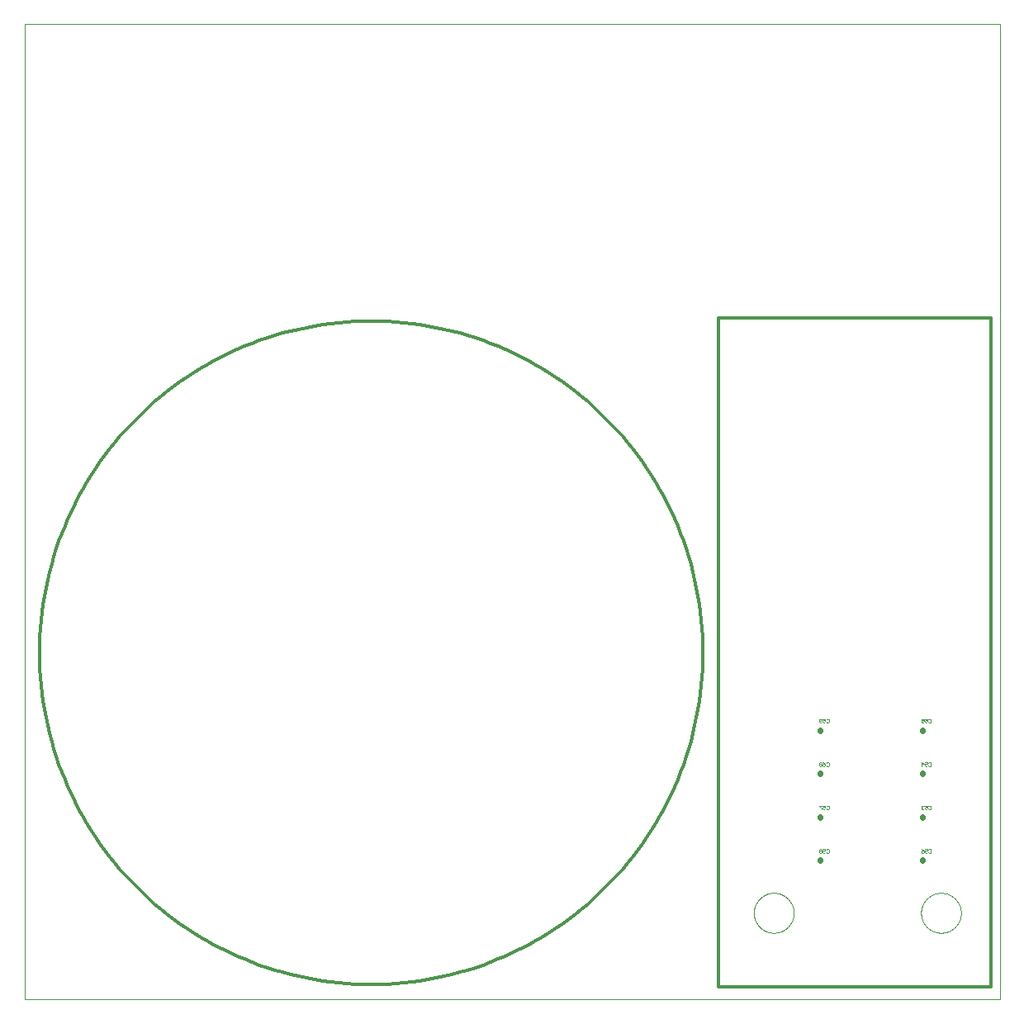
<source format=gbo>
G75*
%MOIN*%
%OFA0B0*%
%FSLAX25Y25*%
%IPPOS*%
%LPD*%
%AMOC8*
5,1,8,0,0,1.08239X$1,22.5*
%
%ADD10C,0.00000*%
%ADD11C,0.01200*%
%ADD12C,0.02200*%
%ADD13C,0.00100*%
D10*
X0001000Y0001000D02*
X0001000Y0394701D01*
X0394701Y0394701D01*
X0394701Y0001000D01*
X0001000Y0001000D01*
X0295429Y0036000D02*
X0295431Y0036198D01*
X0295439Y0036396D01*
X0295451Y0036594D01*
X0295468Y0036791D01*
X0295490Y0036988D01*
X0295516Y0037184D01*
X0295548Y0037380D01*
X0295584Y0037575D01*
X0295625Y0037768D01*
X0295671Y0037961D01*
X0295721Y0038153D01*
X0295777Y0038343D01*
X0295836Y0038532D01*
X0295901Y0038719D01*
X0295970Y0038905D01*
X0296043Y0039089D01*
X0296121Y0039271D01*
X0296204Y0039451D01*
X0296291Y0039629D01*
X0296382Y0039805D01*
X0296478Y0039978D01*
X0296577Y0040149D01*
X0296681Y0040318D01*
X0296789Y0040484D01*
X0296901Y0040647D01*
X0297017Y0040808D01*
X0297137Y0040966D01*
X0297261Y0041120D01*
X0297389Y0041272D01*
X0297520Y0041420D01*
X0297655Y0041565D01*
X0297793Y0041707D01*
X0297935Y0041845D01*
X0298080Y0041980D01*
X0298228Y0042111D01*
X0298380Y0042239D01*
X0298534Y0042363D01*
X0298692Y0042483D01*
X0298853Y0042599D01*
X0299016Y0042711D01*
X0299182Y0042819D01*
X0299351Y0042923D01*
X0299522Y0043022D01*
X0299695Y0043118D01*
X0299871Y0043209D01*
X0300049Y0043296D01*
X0300229Y0043379D01*
X0300411Y0043457D01*
X0300595Y0043530D01*
X0300781Y0043599D01*
X0300968Y0043664D01*
X0301157Y0043723D01*
X0301347Y0043779D01*
X0301539Y0043829D01*
X0301732Y0043875D01*
X0301925Y0043916D01*
X0302120Y0043952D01*
X0302316Y0043984D01*
X0302512Y0044010D01*
X0302709Y0044032D01*
X0302906Y0044049D01*
X0303104Y0044061D01*
X0303302Y0044069D01*
X0303500Y0044071D01*
X0303698Y0044069D01*
X0303896Y0044061D01*
X0304094Y0044049D01*
X0304291Y0044032D01*
X0304488Y0044010D01*
X0304684Y0043984D01*
X0304880Y0043952D01*
X0305075Y0043916D01*
X0305268Y0043875D01*
X0305461Y0043829D01*
X0305653Y0043779D01*
X0305843Y0043723D01*
X0306032Y0043664D01*
X0306219Y0043599D01*
X0306405Y0043530D01*
X0306589Y0043457D01*
X0306771Y0043379D01*
X0306951Y0043296D01*
X0307129Y0043209D01*
X0307305Y0043118D01*
X0307478Y0043022D01*
X0307649Y0042923D01*
X0307818Y0042819D01*
X0307984Y0042711D01*
X0308147Y0042599D01*
X0308308Y0042483D01*
X0308466Y0042363D01*
X0308620Y0042239D01*
X0308772Y0042111D01*
X0308920Y0041980D01*
X0309065Y0041845D01*
X0309207Y0041707D01*
X0309345Y0041565D01*
X0309480Y0041420D01*
X0309611Y0041272D01*
X0309739Y0041120D01*
X0309863Y0040966D01*
X0309983Y0040808D01*
X0310099Y0040647D01*
X0310211Y0040484D01*
X0310319Y0040318D01*
X0310423Y0040149D01*
X0310522Y0039978D01*
X0310618Y0039805D01*
X0310709Y0039629D01*
X0310796Y0039451D01*
X0310879Y0039271D01*
X0310957Y0039089D01*
X0311030Y0038905D01*
X0311099Y0038719D01*
X0311164Y0038532D01*
X0311223Y0038343D01*
X0311279Y0038153D01*
X0311329Y0037961D01*
X0311375Y0037768D01*
X0311416Y0037575D01*
X0311452Y0037380D01*
X0311484Y0037184D01*
X0311510Y0036988D01*
X0311532Y0036791D01*
X0311549Y0036594D01*
X0311561Y0036396D01*
X0311569Y0036198D01*
X0311571Y0036000D01*
X0311569Y0035802D01*
X0311561Y0035604D01*
X0311549Y0035406D01*
X0311532Y0035209D01*
X0311510Y0035012D01*
X0311484Y0034816D01*
X0311452Y0034620D01*
X0311416Y0034425D01*
X0311375Y0034232D01*
X0311329Y0034039D01*
X0311279Y0033847D01*
X0311223Y0033657D01*
X0311164Y0033468D01*
X0311099Y0033281D01*
X0311030Y0033095D01*
X0310957Y0032911D01*
X0310879Y0032729D01*
X0310796Y0032549D01*
X0310709Y0032371D01*
X0310618Y0032195D01*
X0310522Y0032022D01*
X0310423Y0031851D01*
X0310319Y0031682D01*
X0310211Y0031516D01*
X0310099Y0031353D01*
X0309983Y0031192D01*
X0309863Y0031034D01*
X0309739Y0030880D01*
X0309611Y0030728D01*
X0309480Y0030580D01*
X0309345Y0030435D01*
X0309207Y0030293D01*
X0309065Y0030155D01*
X0308920Y0030020D01*
X0308772Y0029889D01*
X0308620Y0029761D01*
X0308466Y0029637D01*
X0308308Y0029517D01*
X0308147Y0029401D01*
X0307984Y0029289D01*
X0307818Y0029181D01*
X0307649Y0029077D01*
X0307478Y0028978D01*
X0307305Y0028882D01*
X0307129Y0028791D01*
X0306951Y0028704D01*
X0306771Y0028621D01*
X0306589Y0028543D01*
X0306405Y0028470D01*
X0306219Y0028401D01*
X0306032Y0028336D01*
X0305843Y0028277D01*
X0305653Y0028221D01*
X0305461Y0028171D01*
X0305268Y0028125D01*
X0305075Y0028084D01*
X0304880Y0028048D01*
X0304684Y0028016D01*
X0304488Y0027990D01*
X0304291Y0027968D01*
X0304094Y0027951D01*
X0303896Y0027939D01*
X0303698Y0027931D01*
X0303500Y0027929D01*
X0303302Y0027931D01*
X0303104Y0027939D01*
X0302906Y0027951D01*
X0302709Y0027968D01*
X0302512Y0027990D01*
X0302316Y0028016D01*
X0302120Y0028048D01*
X0301925Y0028084D01*
X0301732Y0028125D01*
X0301539Y0028171D01*
X0301347Y0028221D01*
X0301157Y0028277D01*
X0300968Y0028336D01*
X0300781Y0028401D01*
X0300595Y0028470D01*
X0300411Y0028543D01*
X0300229Y0028621D01*
X0300049Y0028704D01*
X0299871Y0028791D01*
X0299695Y0028882D01*
X0299522Y0028978D01*
X0299351Y0029077D01*
X0299182Y0029181D01*
X0299016Y0029289D01*
X0298853Y0029401D01*
X0298692Y0029517D01*
X0298534Y0029637D01*
X0298380Y0029761D01*
X0298228Y0029889D01*
X0298080Y0030020D01*
X0297935Y0030155D01*
X0297793Y0030293D01*
X0297655Y0030435D01*
X0297520Y0030580D01*
X0297389Y0030728D01*
X0297261Y0030880D01*
X0297137Y0031034D01*
X0297017Y0031192D01*
X0296901Y0031353D01*
X0296789Y0031516D01*
X0296681Y0031682D01*
X0296577Y0031851D01*
X0296478Y0032022D01*
X0296382Y0032195D01*
X0296291Y0032371D01*
X0296204Y0032549D01*
X0296121Y0032729D01*
X0296043Y0032911D01*
X0295970Y0033095D01*
X0295901Y0033281D01*
X0295836Y0033468D01*
X0295777Y0033657D01*
X0295721Y0033847D01*
X0295671Y0034039D01*
X0295625Y0034232D01*
X0295584Y0034425D01*
X0295548Y0034620D01*
X0295516Y0034816D01*
X0295490Y0035012D01*
X0295468Y0035209D01*
X0295451Y0035406D01*
X0295439Y0035604D01*
X0295431Y0035802D01*
X0295429Y0036000D01*
X0362929Y0036000D02*
X0362931Y0036198D01*
X0362939Y0036396D01*
X0362951Y0036594D01*
X0362968Y0036791D01*
X0362990Y0036988D01*
X0363016Y0037184D01*
X0363048Y0037380D01*
X0363084Y0037575D01*
X0363125Y0037768D01*
X0363171Y0037961D01*
X0363221Y0038153D01*
X0363277Y0038343D01*
X0363336Y0038532D01*
X0363401Y0038719D01*
X0363470Y0038905D01*
X0363543Y0039089D01*
X0363621Y0039271D01*
X0363704Y0039451D01*
X0363791Y0039629D01*
X0363882Y0039805D01*
X0363978Y0039978D01*
X0364077Y0040149D01*
X0364181Y0040318D01*
X0364289Y0040484D01*
X0364401Y0040647D01*
X0364517Y0040808D01*
X0364637Y0040966D01*
X0364761Y0041120D01*
X0364889Y0041272D01*
X0365020Y0041420D01*
X0365155Y0041565D01*
X0365293Y0041707D01*
X0365435Y0041845D01*
X0365580Y0041980D01*
X0365728Y0042111D01*
X0365880Y0042239D01*
X0366034Y0042363D01*
X0366192Y0042483D01*
X0366353Y0042599D01*
X0366516Y0042711D01*
X0366682Y0042819D01*
X0366851Y0042923D01*
X0367022Y0043022D01*
X0367195Y0043118D01*
X0367371Y0043209D01*
X0367549Y0043296D01*
X0367729Y0043379D01*
X0367911Y0043457D01*
X0368095Y0043530D01*
X0368281Y0043599D01*
X0368468Y0043664D01*
X0368657Y0043723D01*
X0368847Y0043779D01*
X0369039Y0043829D01*
X0369232Y0043875D01*
X0369425Y0043916D01*
X0369620Y0043952D01*
X0369816Y0043984D01*
X0370012Y0044010D01*
X0370209Y0044032D01*
X0370406Y0044049D01*
X0370604Y0044061D01*
X0370802Y0044069D01*
X0371000Y0044071D01*
X0371198Y0044069D01*
X0371396Y0044061D01*
X0371594Y0044049D01*
X0371791Y0044032D01*
X0371988Y0044010D01*
X0372184Y0043984D01*
X0372380Y0043952D01*
X0372575Y0043916D01*
X0372768Y0043875D01*
X0372961Y0043829D01*
X0373153Y0043779D01*
X0373343Y0043723D01*
X0373532Y0043664D01*
X0373719Y0043599D01*
X0373905Y0043530D01*
X0374089Y0043457D01*
X0374271Y0043379D01*
X0374451Y0043296D01*
X0374629Y0043209D01*
X0374805Y0043118D01*
X0374978Y0043022D01*
X0375149Y0042923D01*
X0375318Y0042819D01*
X0375484Y0042711D01*
X0375647Y0042599D01*
X0375808Y0042483D01*
X0375966Y0042363D01*
X0376120Y0042239D01*
X0376272Y0042111D01*
X0376420Y0041980D01*
X0376565Y0041845D01*
X0376707Y0041707D01*
X0376845Y0041565D01*
X0376980Y0041420D01*
X0377111Y0041272D01*
X0377239Y0041120D01*
X0377363Y0040966D01*
X0377483Y0040808D01*
X0377599Y0040647D01*
X0377711Y0040484D01*
X0377819Y0040318D01*
X0377923Y0040149D01*
X0378022Y0039978D01*
X0378118Y0039805D01*
X0378209Y0039629D01*
X0378296Y0039451D01*
X0378379Y0039271D01*
X0378457Y0039089D01*
X0378530Y0038905D01*
X0378599Y0038719D01*
X0378664Y0038532D01*
X0378723Y0038343D01*
X0378779Y0038153D01*
X0378829Y0037961D01*
X0378875Y0037768D01*
X0378916Y0037575D01*
X0378952Y0037380D01*
X0378984Y0037184D01*
X0379010Y0036988D01*
X0379032Y0036791D01*
X0379049Y0036594D01*
X0379061Y0036396D01*
X0379069Y0036198D01*
X0379071Y0036000D01*
X0379069Y0035802D01*
X0379061Y0035604D01*
X0379049Y0035406D01*
X0379032Y0035209D01*
X0379010Y0035012D01*
X0378984Y0034816D01*
X0378952Y0034620D01*
X0378916Y0034425D01*
X0378875Y0034232D01*
X0378829Y0034039D01*
X0378779Y0033847D01*
X0378723Y0033657D01*
X0378664Y0033468D01*
X0378599Y0033281D01*
X0378530Y0033095D01*
X0378457Y0032911D01*
X0378379Y0032729D01*
X0378296Y0032549D01*
X0378209Y0032371D01*
X0378118Y0032195D01*
X0378022Y0032022D01*
X0377923Y0031851D01*
X0377819Y0031682D01*
X0377711Y0031516D01*
X0377599Y0031353D01*
X0377483Y0031192D01*
X0377363Y0031034D01*
X0377239Y0030880D01*
X0377111Y0030728D01*
X0376980Y0030580D01*
X0376845Y0030435D01*
X0376707Y0030293D01*
X0376565Y0030155D01*
X0376420Y0030020D01*
X0376272Y0029889D01*
X0376120Y0029761D01*
X0375966Y0029637D01*
X0375808Y0029517D01*
X0375647Y0029401D01*
X0375484Y0029289D01*
X0375318Y0029181D01*
X0375149Y0029077D01*
X0374978Y0028978D01*
X0374805Y0028882D01*
X0374629Y0028791D01*
X0374451Y0028704D01*
X0374271Y0028621D01*
X0374089Y0028543D01*
X0373905Y0028470D01*
X0373719Y0028401D01*
X0373532Y0028336D01*
X0373343Y0028277D01*
X0373153Y0028221D01*
X0372961Y0028171D01*
X0372768Y0028125D01*
X0372575Y0028084D01*
X0372380Y0028048D01*
X0372184Y0028016D01*
X0371988Y0027990D01*
X0371791Y0027968D01*
X0371594Y0027951D01*
X0371396Y0027939D01*
X0371198Y0027931D01*
X0371000Y0027929D01*
X0370802Y0027931D01*
X0370604Y0027939D01*
X0370406Y0027951D01*
X0370209Y0027968D01*
X0370012Y0027990D01*
X0369816Y0028016D01*
X0369620Y0028048D01*
X0369425Y0028084D01*
X0369232Y0028125D01*
X0369039Y0028171D01*
X0368847Y0028221D01*
X0368657Y0028277D01*
X0368468Y0028336D01*
X0368281Y0028401D01*
X0368095Y0028470D01*
X0367911Y0028543D01*
X0367729Y0028621D01*
X0367549Y0028704D01*
X0367371Y0028791D01*
X0367195Y0028882D01*
X0367022Y0028978D01*
X0366851Y0029077D01*
X0366682Y0029181D01*
X0366516Y0029289D01*
X0366353Y0029401D01*
X0366192Y0029517D01*
X0366034Y0029637D01*
X0365880Y0029761D01*
X0365728Y0029889D01*
X0365580Y0030020D01*
X0365435Y0030155D01*
X0365293Y0030293D01*
X0365155Y0030435D01*
X0365020Y0030580D01*
X0364889Y0030728D01*
X0364761Y0030880D01*
X0364637Y0031034D01*
X0364517Y0031192D01*
X0364401Y0031353D01*
X0364289Y0031516D01*
X0364181Y0031682D01*
X0364077Y0031851D01*
X0363978Y0032022D01*
X0363882Y0032195D01*
X0363791Y0032371D01*
X0363704Y0032549D01*
X0363621Y0032729D01*
X0363543Y0032911D01*
X0363470Y0033095D01*
X0363401Y0033281D01*
X0363336Y0033468D01*
X0363277Y0033657D01*
X0363221Y0033847D01*
X0363171Y0034039D01*
X0363125Y0034232D01*
X0363084Y0034425D01*
X0363048Y0034620D01*
X0363016Y0034816D01*
X0362990Y0035012D01*
X0362968Y0035209D01*
X0362951Y0035406D01*
X0362939Y0035604D01*
X0362931Y0035802D01*
X0362929Y0036000D01*
D11*
X0391000Y0006000D02*
X0281000Y0006000D01*
X0281000Y0276000D01*
X0391000Y0276000D01*
X0391000Y0006000D01*
X0007142Y0141000D02*
X0007182Y0144285D01*
X0007303Y0147568D01*
X0007505Y0150847D01*
X0007787Y0154120D01*
X0008149Y0157386D01*
X0008591Y0160641D01*
X0009113Y0163885D01*
X0009714Y0167114D01*
X0010394Y0170328D01*
X0011154Y0173525D01*
X0011991Y0176702D01*
X0012906Y0179857D01*
X0013898Y0182989D01*
X0014967Y0186095D01*
X0016111Y0189175D01*
X0017331Y0192225D01*
X0018626Y0195245D01*
X0019994Y0198232D01*
X0021435Y0201184D01*
X0022948Y0204100D01*
X0024532Y0206978D01*
X0026186Y0209817D01*
X0027910Y0212614D01*
X0029701Y0215368D01*
X0031560Y0218077D01*
X0033484Y0220739D01*
X0035474Y0223354D01*
X0037526Y0225919D01*
X0039642Y0228432D01*
X0041818Y0230894D01*
X0044054Y0233301D01*
X0046348Y0235652D01*
X0048699Y0237946D01*
X0051106Y0240182D01*
X0053568Y0242358D01*
X0056081Y0244474D01*
X0058646Y0246526D01*
X0061261Y0248516D01*
X0063923Y0250440D01*
X0066632Y0252299D01*
X0069386Y0254090D01*
X0072183Y0255814D01*
X0075022Y0257468D01*
X0077900Y0259052D01*
X0080816Y0260565D01*
X0083768Y0262006D01*
X0086755Y0263374D01*
X0089775Y0264669D01*
X0092825Y0265889D01*
X0095905Y0267033D01*
X0099011Y0268102D01*
X0102143Y0269094D01*
X0105298Y0270009D01*
X0108475Y0270846D01*
X0111672Y0271606D01*
X0114886Y0272286D01*
X0118115Y0272887D01*
X0121359Y0273409D01*
X0124614Y0273851D01*
X0127880Y0274213D01*
X0131153Y0274495D01*
X0134432Y0274697D01*
X0137715Y0274818D01*
X0141000Y0274858D01*
X0144285Y0274818D01*
X0147568Y0274697D01*
X0150847Y0274495D01*
X0154120Y0274213D01*
X0157386Y0273851D01*
X0160641Y0273409D01*
X0163885Y0272887D01*
X0167114Y0272286D01*
X0170328Y0271606D01*
X0173525Y0270846D01*
X0176702Y0270009D01*
X0179857Y0269094D01*
X0182989Y0268102D01*
X0186095Y0267033D01*
X0189175Y0265889D01*
X0192225Y0264669D01*
X0195245Y0263374D01*
X0198232Y0262006D01*
X0201184Y0260565D01*
X0204100Y0259052D01*
X0206978Y0257468D01*
X0209817Y0255814D01*
X0212614Y0254090D01*
X0215368Y0252299D01*
X0218077Y0250440D01*
X0220739Y0248516D01*
X0223354Y0246526D01*
X0225919Y0244474D01*
X0228432Y0242358D01*
X0230894Y0240182D01*
X0233301Y0237946D01*
X0235652Y0235652D01*
X0237946Y0233301D01*
X0240182Y0230894D01*
X0242358Y0228432D01*
X0244474Y0225919D01*
X0246526Y0223354D01*
X0248516Y0220739D01*
X0250440Y0218077D01*
X0252299Y0215368D01*
X0254090Y0212614D01*
X0255814Y0209817D01*
X0257468Y0206978D01*
X0259052Y0204100D01*
X0260565Y0201184D01*
X0262006Y0198232D01*
X0263374Y0195245D01*
X0264669Y0192225D01*
X0265889Y0189175D01*
X0267033Y0186095D01*
X0268102Y0182989D01*
X0269094Y0179857D01*
X0270009Y0176702D01*
X0270846Y0173525D01*
X0271606Y0170328D01*
X0272286Y0167114D01*
X0272887Y0163885D01*
X0273409Y0160641D01*
X0273851Y0157386D01*
X0274213Y0154120D01*
X0274495Y0150847D01*
X0274697Y0147568D01*
X0274818Y0144285D01*
X0274858Y0141000D01*
X0274818Y0137715D01*
X0274697Y0134432D01*
X0274495Y0131153D01*
X0274213Y0127880D01*
X0273851Y0124614D01*
X0273409Y0121359D01*
X0272887Y0118115D01*
X0272286Y0114886D01*
X0271606Y0111672D01*
X0270846Y0108475D01*
X0270009Y0105298D01*
X0269094Y0102143D01*
X0268102Y0099011D01*
X0267033Y0095905D01*
X0265889Y0092825D01*
X0264669Y0089775D01*
X0263374Y0086755D01*
X0262006Y0083768D01*
X0260565Y0080816D01*
X0259052Y0077900D01*
X0257468Y0075022D01*
X0255814Y0072183D01*
X0254090Y0069386D01*
X0252299Y0066632D01*
X0250440Y0063923D01*
X0248516Y0061261D01*
X0246526Y0058646D01*
X0244474Y0056081D01*
X0242358Y0053568D01*
X0240182Y0051106D01*
X0237946Y0048699D01*
X0235652Y0046348D01*
X0233301Y0044054D01*
X0230894Y0041818D01*
X0228432Y0039642D01*
X0225919Y0037526D01*
X0223354Y0035474D01*
X0220739Y0033484D01*
X0218077Y0031560D01*
X0215368Y0029701D01*
X0212614Y0027910D01*
X0209817Y0026186D01*
X0206978Y0024532D01*
X0204100Y0022948D01*
X0201184Y0021435D01*
X0198232Y0019994D01*
X0195245Y0018626D01*
X0192225Y0017331D01*
X0189175Y0016111D01*
X0186095Y0014967D01*
X0182989Y0013898D01*
X0179857Y0012906D01*
X0176702Y0011991D01*
X0173525Y0011154D01*
X0170328Y0010394D01*
X0167114Y0009714D01*
X0163885Y0009113D01*
X0160641Y0008591D01*
X0157386Y0008149D01*
X0154120Y0007787D01*
X0150847Y0007505D01*
X0147568Y0007303D01*
X0144285Y0007182D01*
X0141000Y0007142D01*
X0137715Y0007182D01*
X0134432Y0007303D01*
X0131153Y0007505D01*
X0127880Y0007787D01*
X0124614Y0008149D01*
X0121359Y0008591D01*
X0118115Y0009113D01*
X0114886Y0009714D01*
X0111672Y0010394D01*
X0108475Y0011154D01*
X0105298Y0011991D01*
X0102143Y0012906D01*
X0099011Y0013898D01*
X0095905Y0014967D01*
X0092825Y0016111D01*
X0089775Y0017331D01*
X0086755Y0018626D01*
X0083768Y0019994D01*
X0080816Y0021435D01*
X0077900Y0022948D01*
X0075022Y0024532D01*
X0072183Y0026186D01*
X0069386Y0027910D01*
X0066632Y0029701D01*
X0063923Y0031560D01*
X0061261Y0033484D01*
X0058646Y0035474D01*
X0056081Y0037526D01*
X0053568Y0039642D01*
X0051106Y0041818D01*
X0048699Y0044054D01*
X0046348Y0046348D01*
X0044054Y0048699D01*
X0041818Y0051106D01*
X0039642Y0053568D01*
X0037526Y0056081D01*
X0035474Y0058646D01*
X0033484Y0061261D01*
X0031560Y0063923D01*
X0029701Y0066632D01*
X0027910Y0069386D01*
X0026186Y0072183D01*
X0024532Y0075022D01*
X0022948Y0077900D01*
X0021435Y0080816D01*
X0019994Y0083768D01*
X0018626Y0086755D01*
X0017331Y0089775D01*
X0016111Y0092825D01*
X0014967Y0095905D01*
X0013898Y0099011D01*
X0012906Y0102143D01*
X0011991Y0105298D01*
X0011154Y0108475D01*
X0010394Y0111672D01*
X0009714Y0114886D01*
X0009113Y0118115D01*
X0008591Y0121359D01*
X0008149Y0124614D01*
X0007787Y0127880D01*
X0007505Y0131153D01*
X0007303Y0134432D01*
X0007182Y0137715D01*
X0007142Y0141000D01*
D12*
X0322250Y0109870D02*
X0322250Y0109630D01*
X0322250Y0092370D02*
X0322250Y0092130D01*
X0322250Y0074870D02*
X0322250Y0074630D01*
X0322250Y0057370D02*
X0322250Y0057130D01*
X0363500Y0057370D02*
X0363500Y0057130D01*
X0363500Y0074630D02*
X0363500Y0074870D01*
X0363500Y0092130D02*
X0363500Y0092370D01*
X0363500Y0109630D02*
X0363500Y0109870D01*
D13*
X0363253Y0112800D02*
X0363753Y0112800D01*
X0364003Y0113050D01*
X0364476Y0113050D02*
X0364726Y0112800D01*
X0365227Y0112800D01*
X0365477Y0113050D01*
X0365949Y0113050D02*
X0366199Y0112800D01*
X0366700Y0112800D01*
X0366950Y0113050D01*
X0366950Y0114051D01*
X0366700Y0114301D01*
X0366199Y0114301D01*
X0365949Y0114051D01*
X0365477Y0114301D02*
X0365477Y0113551D01*
X0364976Y0113801D01*
X0364726Y0113801D01*
X0364476Y0113551D01*
X0364476Y0113050D01*
X0364003Y0113551D02*
X0363503Y0113801D01*
X0363253Y0113801D01*
X0363003Y0113551D01*
X0363003Y0113050D01*
X0363253Y0112800D01*
X0364003Y0113551D02*
X0364003Y0114301D01*
X0363003Y0114301D01*
X0364476Y0114301D02*
X0365477Y0114301D01*
X0365477Y0096801D02*
X0365477Y0096051D01*
X0364976Y0096301D01*
X0364726Y0096301D01*
X0364476Y0096051D01*
X0364476Y0095550D01*
X0364726Y0095300D01*
X0365227Y0095300D01*
X0365477Y0095550D01*
X0365949Y0095550D02*
X0366199Y0095300D01*
X0366700Y0095300D01*
X0366950Y0095550D01*
X0366950Y0096551D01*
X0366700Y0096801D01*
X0366199Y0096801D01*
X0365949Y0096551D01*
X0365477Y0096801D02*
X0364476Y0096801D01*
X0364003Y0096051D02*
X0363003Y0096051D01*
X0363253Y0096801D02*
X0364003Y0096051D01*
X0363253Y0096801D02*
X0363253Y0095300D01*
X0363253Y0079301D02*
X0363003Y0079051D01*
X0363003Y0078801D01*
X0363253Y0078551D01*
X0363003Y0078300D01*
X0363003Y0078050D01*
X0363253Y0077800D01*
X0363753Y0077800D01*
X0364003Y0078050D01*
X0364476Y0078050D02*
X0364726Y0077800D01*
X0365227Y0077800D01*
X0365477Y0078050D01*
X0365949Y0078050D02*
X0366199Y0077800D01*
X0366700Y0077800D01*
X0366950Y0078050D01*
X0366950Y0079051D01*
X0366700Y0079301D01*
X0366199Y0079301D01*
X0365949Y0079051D01*
X0365477Y0079301D02*
X0365477Y0078551D01*
X0364976Y0078801D01*
X0364726Y0078801D01*
X0364476Y0078551D01*
X0364476Y0078050D01*
X0363503Y0078551D02*
X0363253Y0078551D01*
X0363253Y0079301D02*
X0363753Y0079301D01*
X0364003Y0079051D01*
X0364476Y0079301D02*
X0365477Y0079301D01*
X0365477Y0061801D02*
X0365477Y0061051D01*
X0364976Y0061301D01*
X0364726Y0061301D01*
X0364476Y0061051D01*
X0364476Y0060550D01*
X0364726Y0060300D01*
X0365227Y0060300D01*
X0365477Y0060550D01*
X0365949Y0060550D02*
X0366199Y0060300D01*
X0366700Y0060300D01*
X0366950Y0060550D01*
X0366950Y0061551D01*
X0366700Y0061801D01*
X0366199Y0061801D01*
X0365949Y0061551D01*
X0365477Y0061801D02*
X0364476Y0061801D01*
X0364003Y0061051D02*
X0363253Y0061051D01*
X0363003Y0060800D01*
X0363003Y0060550D01*
X0363253Y0060300D01*
X0363753Y0060300D01*
X0364003Y0060550D01*
X0364003Y0061051D01*
X0363503Y0061551D01*
X0363003Y0061801D01*
X0325700Y0061551D02*
X0325700Y0060550D01*
X0325450Y0060300D01*
X0324949Y0060300D01*
X0324699Y0060550D01*
X0324227Y0060550D02*
X0323977Y0060300D01*
X0323476Y0060300D01*
X0323226Y0060550D01*
X0323226Y0061051D01*
X0323476Y0061301D01*
X0323726Y0061301D01*
X0324227Y0061051D01*
X0324227Y0061801D01*
X0323226Y0061801D01*
X0322753Y0061551D02*
X0322753Y0061301D01*
X0322503Y0061051D01*
X0322003Y0061051D01*
X0321753Y0060800D01*
X0321753Y0060550D01*
X0322003Y0060300D01*
X0322503Y0060300D01*
X0322753Y0060550D01*
X0322753Y0060800D01*
X0322503Y0061051D01*
X0322003Y0061051D02*
X0321753Y0061301D01*
X0321753Y0061551D01*
X0322003Y0061801D01*
X0322503Y0061801D01*
X0322753Y0061551D01*
X0324699Y0061551D02*
X0324949Y0061801D01*
X0325450Y0061801D01*
X0325700Y0061551D01*
X0325450Y0077800D02*
X0324949Y0077800D01*
X0324699Y0078050D01*
X0324227Y0078050D02*
X0323977Y0077800D01*
X0323476Y0077800D01*
X0323226Y0078050D01*
X0323226Y0078551D01*
X0323476Y0078801D01*
X0323726Y0078801D01*
X0324227Y0078551D01*
X0324227Y0079301D01*
X0323226Y0079301D01*
X0322753Y0079301D02*
X0321753Y0079301D01*
X0321753Y0079051D01*
X0322753Y0078050D01*
X0322753Y0077800D01*
X0324699Y0079051D02*
X0324949Y0079301D01*
X0325450Y0079301D01*
X0325700Y0079051D01*
X0325700Y0078050D01*
X0325450Y0077800D01*
X0325450Y0095300D02*
X0324949Y0095300D01*
X0324699Y0095550D01*
X0324227Y0095550D02*
X0323977Y0095300D01*
X0323476Y0095300D01*
X0323226Y0095550D01*
X0323226Y0095800D01*
X0323476Y0096051D01*
X0324227Y0096051D01*
X0324227Y0095550D01*
X0324227Y0096051D02*
X0323726Y0096551D01*
X0323226Y0096801D01*
X0322753Y0096551D02*
X0322503Y0096801D01*
X0322003Y0096801D01*
X0321753Y0096551D01*
X0322753Y0095550D01*
X0322503Y0095300D01*
X0322003Y0095300D01*
X0321753Y0095550D01*
X0321753Y0096551D01*
X0322753Y0096551D02*
X0322753Y0095550D01*
X0324699Y0096551D02*
X0324949Y0096801D01*
X0325450Y0096801D01*
X0325700Y0096551D01*
X0325700Y0095550D01*
X0325450Y0095300D01*
X0325450Y0112800D02*
X0324949Y0112800D01*
X0324699Y0113050D01*
X0324227Y0113050D02*
X0323977Y0112800D01*
X0323476Y0112800D01*
X0323226Y0113050D01*
X0323226Y0113551D01*
X0323476Y0113801D01*
X0323726Y0113801D01*
X0324227Y0113551D01*
X0324227Y0114301D01*
X0323226Y0114301D01*
X0322753Y0114051D02*
X0322753Y0113801D01*
X0322503Y0113551D01*
X0321753Y0113551D01*
X0321753Y0114051D02*
X0322003Y0114301D01*
X0322503Y0114301D01*
X0322753Y0114051D01*
X0321753Y0114051D02*
X0321753Y0113050D01*
X0322003Y0112800D01*
X0322503Y0112800D01*
X0322753Y0113050D01*
X0324699Y0114051D02*
X0324949Y0114301D01*
X0325450Y0114301D01*
X0325700Y0114051D01*
X0325700Y0113050D01*
X0325450Y0112800D01*
M02*

</source>
